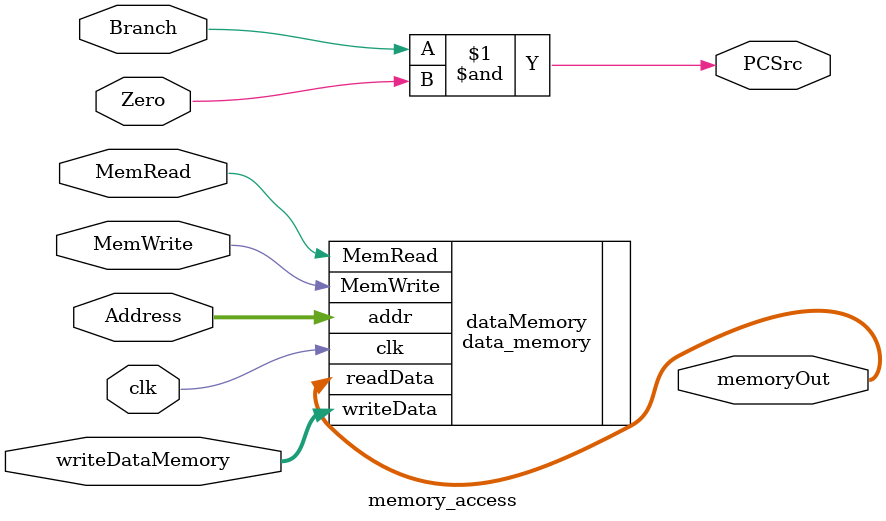
<source format=v>
`timescale 1ns / 1ps
module memory_access(
	input clk,
	input Branch,
	input Zero,
	input MemWrite,
	input MemRead,
	input [31:0]Address,
	input [31:0]writeDataMemory,
//	input [31:0]nextIns, //Adder from instruction fetch
//	input [31:0]branchIns, //Adder from execution phase
	output [31:0]memoryOut,
	output PCSrc
//	output [31:0]branchMux
    );

assign PCSrc = Branch & Zero;

data_memory dataMemory(
	.clk(clk),
	.MemWrite(MemWrite),
	.MemRead(MemRead),
	.addr(Address),
	.readData(memoryOut),
	.writeData(writeDataMemory)
);

endmodule

</source>
